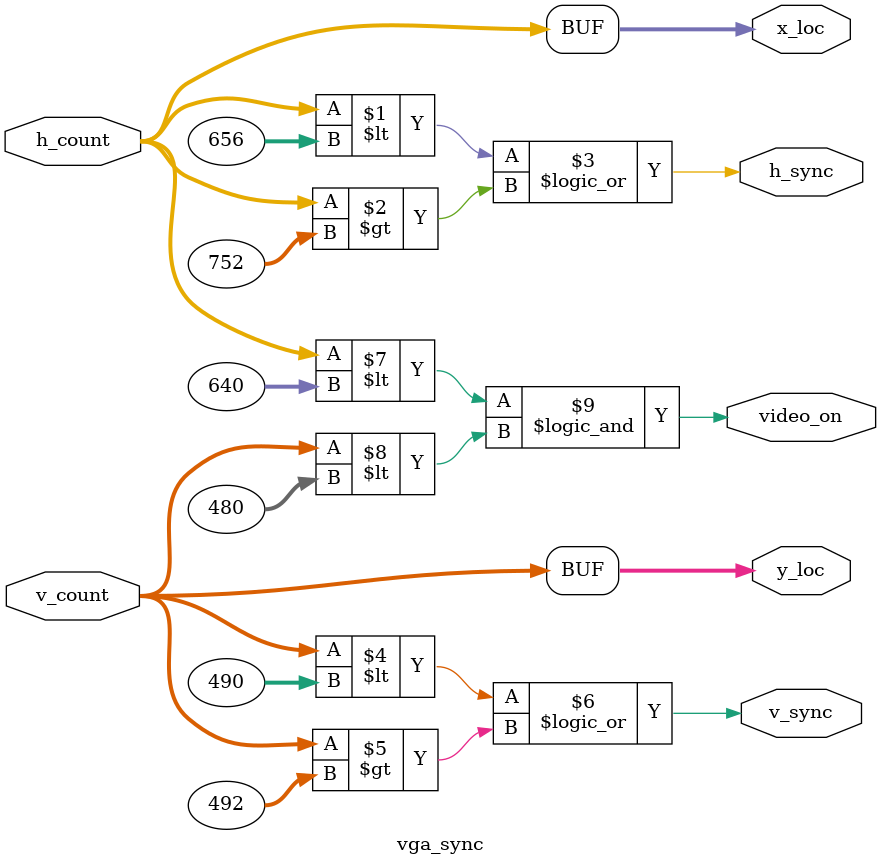
<source format=v>
`timescale 1ns / 1ps


module vga_sync(
    input [9:0] h_count,
    input [9:0] v_count,
    output h_sync,
    output v_sync,
    output video_on,
    output [9:0] x_loc,
    output [9:0] y_loc
    );
    // horizontal
    localparam HD = 640;// Horizontal Display Area
    localparam HF = 16;// Horizontal (Front Porch) Right Border
    localparam HB = 48;// Horizontal (Back Porch) Left Border
    localparam HR = 96;// Horizontal Retrace
    // vertical
    localparam VD = 480;// Vertical Display Area
    localparam VF = 10;// Vertical (Front Porch) Bottom Border
    localparam VB = 33;// Vertical (Back Porch)Top Border
    localparam VR = 2;// Vertical Retrace
    
    assign x_loc = h_count;
    assign y_loc = v_count;
    assign h_sync = h_count < (HD + HF) || h_count > (HD + HF + HR);
    assign v_sync = v_count < (VD + VF) || v_count > (VD + VF + VR);
    assign video_on = h_count < HD && v_count < VD; 
    endmodule // vga_sync
    

</source>
